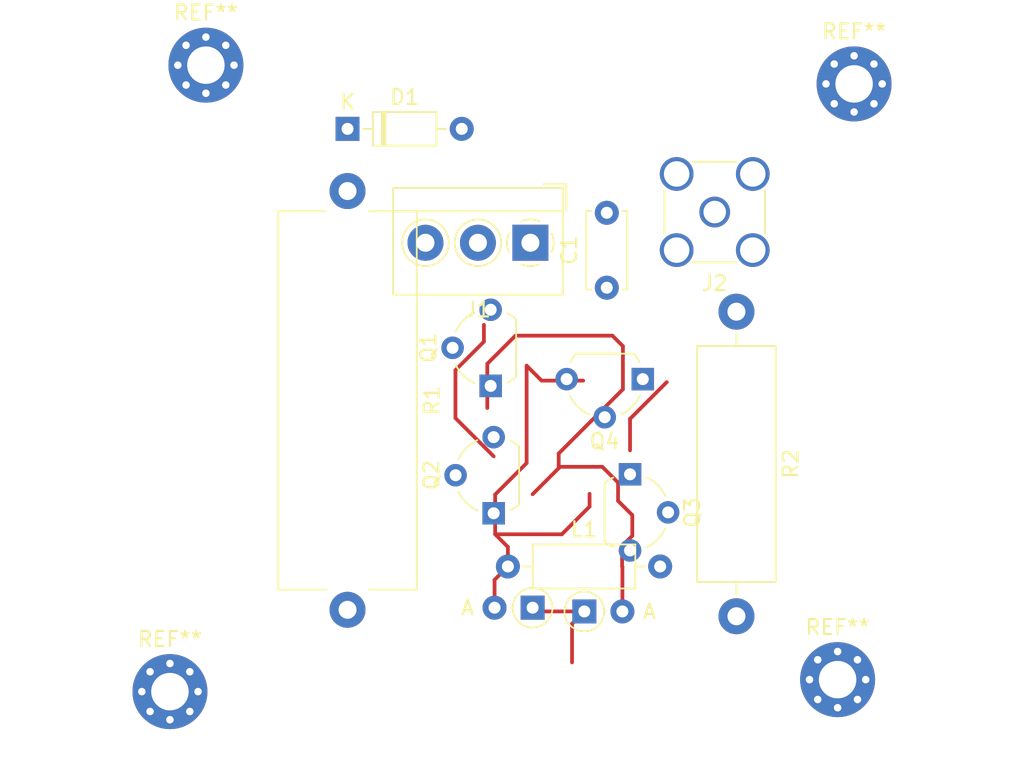
<source format=kicad_pcb>
(kicad_pcb (version 20171130) (host pcbnew 5.1.6+dfsg1-1~bpo10+1)

  (general
    (thickness 1.6)
    (drawings 0)
    (tracks 41)
    (zones 0)
    (modules 17)
    (nets 10)
  )

  (page A4)
  (layers
    (0 F.Cu signal)
    (31 B.Cu signal)
    (32 B.Adhes user)
    (33 F.Adhes user)
    (34 B.Paste user)
    (35 F.Paste user)
    (36 B.SilkS user)
    (37 F.SilkS user)
    (38 B.Mask user)
    (39 F.Mask user)
    (40 Dwgs.User user)
    (41 Cmts.User user)
    (42 Eco1.User user)
    (43 Eco2.User user)
    (44 Edge.Cuts user)
    (45 Margin user)
    (46 B.CrtYd user)
    (47 F.CrtYd user)
    (48 B.Fab user)
    (49 F.Fab user)
  )

  (setup
    (last_trace_width 0.25)
    (trace_clearance 0.2)
    (zone_clearance 0.508)
    (zone_45_only no)
    (trace_min 0.2)
    (via_size 0.8)
    (via_drill 0.4)
    (via_min_size 0.4)
    (via_min_drill 0.3)
    (uvia_size 0.3)
    (uvia_drill 0.1)
    (uvias_allowed no)
    (uvia_min_size 0.2)
    (uvia_min_drill 0.1)
    (edge_width 0.05)
    (segment_width 0.2)
    (pcb_text_width 0.3)
    (pcb_text_size 1.5 1.5)
    (mod_edge_width 0.12)
    (mod_text_size 1 1)
    (mod_text_width 0.15)
    (pad_size 1.524 1.524)
    (pad_drill 0.762)
    (pad_to_mask_clearance 0.05)
    (aux_axis_origin 0 0)
    (visible_elements FFFFFF7F)
    (pcbplotparams
      (layerselection 0x010fc_ffffffff)
      (usegerberextensions false)
      (usegerberattributes true)
      (usegerberadvancedattributes true)
      (creategerberjobfile true)
      (excludeedgelayer true)
      (linewidth 0.100000)
      (plotframeref false)
      (viasonmask false)
      (mode 1)
      (useauxorigin false)
      (hpglpennumber 1)
      (hpglpenspeed 20)
      (hpglpendiameter 15.000000)
      (psnegative false)
      (psa4output false)
      (plotreference true)
      (plotvalue true)
      (plotinvisibletext false)
      (padsonsilk false)
      (subtractmaskfromsilk false)
      (outputformat 1)
      (mirror false)
      (drillshape 1)
      (scaleselection 1)
      (outputdirectory ""))
  )

  (net 0 "")
  (net 1 "Net-(D1-Pad1)")
  (net 2 VDD)
  (net 3 VSS)
  (net 4 TUNE)
  (net 5 "Net-(C1-Pad1)")
  (net 6 OUT)
  (net 7 "Net-(Q1-Pad3)")
  (net 8 "Net-(D2-Pad1)")
  (net 9 "Net-(D3-Pad2)")

  (net_class Default "This is the default net class."
    (clearance 0.2)
    (trace_width 0.25)
    (via_dia 0.8)
    (via_drill 0.4)
    (uvia_dia 0.3)
    (uvia_drill 0.1)
    (add_net "Net-(C1-Pad1)")
    (add_net "Net-(D1-Pad1)")
    (add_net "Net-(D2-Pad1)")
    (add_net "Net-(D3-Pad2)")
    (add_net "Net-(Q1-Pad3)")
    (add_net OUT)
    (add_net TUNE)
    (add_net VDD)
    (add_net VSS)
  )

  (module MountingHole:MountingHole_2.5mm_Pad_Via (layer F.Cu) (tedit 56DDBAEA) (tstamp 5F864C65)
    (at 108.05 77.8)
    (descr "Mounting Hole 2.5mm")
    (tags "mounting hole 2.5mm")
    (attr virtual)
    (fp_text reference REF** (at 0 -3.5) (layer F.SilkS)
      (effects (font (size 1 1) (thickness 0.15)))
    )
    (fp_text value MountingHole_2.5mm_Pad_Via (at 0 3.5) (layer F.Fab)
      (effects (font (size 1 1) (thickness 0.15)))
    )
    (fp_text user %R (at 0.3 0) (layer F.Fab)
      (effects (font (size 1 1) (thickness 0.15)))
    )
    (fp_circle (center 0 0) (end 2.5 0) (layer Cmts.User) (width 0.15))
    (fp_circle (center 0 0) (end 2.75 0) (layer F.CrtYd) (width 0.05))
    (pad 1 thru_hole circle (at 1.325825 -1.325825) (size 0.8 0.8) (drill 0.5) (layers *.Cu *.Mask))
    (pad 1 thru_hole circle (at 0 -1.875) (size 0.8 0.8) (drill 0.5) (layers *.Cu *.Mask))
    (pad 1 thru_hole circle (at -1.325825 -1.325825) (size 0.8 0.8) (drill 0.5) (layers *.Cu *.Mask))
    (pad 1 thru_hole circle (at -1.875 0) (size 0.8 0.8) (drill 0.5) (layers *.Cu *.Mask))
    (pad 1 thru_hole circle (at -1.325825 1.325825) (size 0.8 0.8) (drill 0.5) (layers *.Cu *.Mask))
    (pad 1 thru_hole circle (at 0 1.875) (size 0.8 0.8) (drill 0.5) (layers *.Cu *.Mask))
    (pad 1 thru_hole circle (at 1.325825 1.325825) (size 0.8 0.8) (drill 0.5) (layers *.Cu *.Mask))
    (pad 1 thru_hole circle (at 1.875 0) (size 0.8 0.8) (drill 0.5) (layers *.Cu *.Mask))
    (pad 1 thru_hole circle (at 0 0) (size 5 5) (drill 2.5) (layers *.Cu *.Mask))
  )

  (module MountingHole:MountingHole_2.5mm_Pad_Via (layer F.Cu) (tedit 56DDBAEA) (tstamp 5F864C47)
    (at 152.6 77)
    (descr "Mounting Hole 2.5mm")
    (tags "mounting hole 2.5mm")
    (attr virtual)
    (fp_text reference REF** (at 0 -3.5) (layer F.SilkS)
      (effects (font (size 1 1) (thickness 0.15)))
    )
    (fp_text value MountingHole_2.5mm_Pad_Via (at 0 3.5) (layer F.Fab)
      (effects (font (size 1 1) (thickness 0.15)))
    )
    (fp_circle (center 0 0) (end 2.75 0) (layer F.CrtYd) (width 0.05))
    (fp_circle (center 0 0) (end 2.5 0) (layer Cmts.User) (width 0.15))
    (fp_text user %R (at 0.3 0) (layer F.Fab)
      (effects (font (size 1 1) (thickness 0.15)))
    )
    (pad 1 thru_hole circle (at 0 0) (size 5 5) (drill 2.5) (layers *.Cu *.Mask))
    (pad 1 thru_hole circle (at 1.875 0) (size 0.8 0.8) (drill 0.5) (layers *.Cu *.Mask))
    (pad 1 thru_hole circle (at 1.325825 1.325825) (size 0.8 0.8) (drill 0.5) (layers *.Cu *.Mask))
    (pad 1 thru_hole circle (at 0 1.875) (size 0.8 0.8) (drill 0.5) (layers *.Cu *.Mask))
    (pad 1 thru_hole circle (at -1.325825 1.325825) (size 0.8 0.8) (drill 0.5) (layers *.Cu *.Mask))
    (pad 1 thru_hole circle (at -1.875 0) (size 0.8 0.8) (drill 0.5) (layers *.Cu *.Mask))
    (pad 1 thru_hole circle (at -1.325825 -1.325825) (size 0.8 0.8) (drill 0.5) (layers *.Cu *.Mask))
    (pad 1 thru_hole circle (at 0 -1.875) (size 0.8 0.8) (drill 0.5) (layers *.Cu *.Mask))
    (pad 1 thru_hole circle (at 1.325825 -1.325825) (size 0.8 0.8) (drill 0.5) (layers *.Cu *.Mask))
  )

  (module MountingHole:MountingHole_2.5mm_Pad_Via (layer F.Cu) (tedit 56DDBAEA) (tstamp 5F864C29)
    (at 110.45 36)
    (descr "Mounting Hole 2.5mm")
    (tags "mounting hole 2.5mm")
    (attr virtual)
    (fp_text reference REF** (at 0 -3.5) (layer F.SilkS)
      (effects (font (size 1 1) (thickness 0.15)))
    )
    (fp_text value MountingHole_2.5mm_Pad_Via (at 0 3.5) (layer F.Fab)
      (effects (font (size 1 1) (thickness 0.15)))
    )
    (fp_circle (center 0 0) (end 2.75 0) (layer F.CrtYd) (width 0.05))
    (fp_circle (center 0 0) (end 2.5 0) (layer Cmts.User) (width 0.15))
    (fp_text user %R (at 0.3 0) (layer F.Fab)
      (effects (font (size 1 1) (thickness 0.15)))
    )
    (pad 1 thru_hole circle (at 0 0) (size 5 5) (drill 2.5) (layers *.Cu *.Mask))
    (pad 1 thru_hole circle (at 1.875 0) (size 0.8 0.8) (drill 0.5) (layers *.Cu *.Mask))
    (pad 1 thru_hole circle (at 1.325825 1.325825) (size 0.8 0.8) (drill 0.5) (layers *.Cu *.Mask))
    (pad 1 thru_hole circle (at 0 1.875) (size 0.8 0.8) (drill 0.5) (layers *.Cu *.Mask))
    (pad 1 thru_hole circle (at -1.325825 1.325825) (size 0.8 0.8) (drill 0.5) (layers *.Cu *.Mask))
    (pad 1 thru_hole circle (at -1.875 0) (size 0.8 0.8) (drill 0.5) (layers *.Cu *.Mask))
    (pad 1 thru_hole circle (at -1.325825 -1.325825) (size 0.8 0.8) (drill 0.5) (layers *.Cu *.Mask))
    (pad 1 thru_hole circle (at 0 -1.875) (size 0.8 0.8) (drill 0.5) (layers *.Cu *.Mask))
    (pad 1 thru_hole circle (at 1.325825 -1.325825) (size 0.8 0.8) (drill 0.5) (layers *.Cu *.Mask))
  )

  (module MountingHole:MountingHole_2.5mm_Pad_Via (layer F.Cu) (tedit 56DDBAEA) (tstamp 5F864B86)
    (at 153.7 37.25)
    (descr "Mounting Hole 2.5mm")
    (tags "mounting hole 2.5mm")
    (attr virtual)
    (fp_text reference REF** (at 0 -3.5) (layer F.SilkS)
      (effects (font (size 1 1) (thickness 0.15)))
    )
    (fp_text value MountingHole_2.5mm_Pad_Via (at 0 3.5) (layer F.Fab)
      (effects (font (size 1 1) (thickness 0.15)))
    )
    (fp_text user %R (at 0.3 0) (layer F.Fab)
      (effects (font (size 1 1) (thickness 0.15)))
    )
    (fp_circle (center 0 0) (end 2.5 0) (layer Cmts.User) (width 0.15))
    (fp_circle (center 0 0) (end 2.75 0) (layer F.CrtYd) (width 0.05))
    (pad 1 thru_hole circle (at 1.325825 -1.325825) (size 0.8 0.8) (drill 0.5) (layers *.Cu *.Mask))
    (pad 1 thru_hole circle (at 0 -1.875) (size 0.8 0.8) (drill 0.5) (layers *.Cu *.Mask))
    (pad 1 thru_hole circle (at -1.325825 -1.325825) (size 0.8 0.8) (drill 0.5) (layers *.Cu *.Mask))
    (pad 1 thru_hole circle (at -1.875 0) (size 0.8 0.8) (drill 0.5) (layers *.Cu *.Mask))
    (pad 1 thru_hole circle (at -1.325825 1.325825) (size 0.8 0.8) (drill 0.5) (layers *.Cu *.Mask))
    (pad 1 thru_hole circle (at 0 1.875) (size 0.8 0.8) (drill 0.5) (layers *.Cu *.Mask))
    (pad 1 thru_hole circle (at 1.325825 1.325825) (size 0.8 0.8) (drill 0.5) (layers *.Cu *.Mask))
    (pad 1 thru_hole circle (at 1.875 0) (size 0.8 0.8) (drill 0.5) (layers *.Cu *.Mask))
    (pad 1 thru_hole circle (at 0 0) (size 5 5) (drill 2.5) (layers *.Cu *.Mask))
  )

  (module Diode_THT:D_DO-35_SOD27_P2.54mm_Vertical_AnodeUp (layer F.Cu) (tedit 5AE50CD5) (tstamp 5F853092)
    (at 135.7 72.45)
    (descr "Diode, DO-35_SOD27 series, Axial, Vertical, pin pitch=2.54mm, , length*diameter=4*2mm^2, , http://www.diodes.com/_files/packages/DO-35.pdf")
    (tags "Diode DO-35_SOD27 series Axial Vertical pin pitch 2.54mm  length 4mm diameter 2mm")
    (path /5F85D8FA)
    (fp_text reference D2 (at 1.27 -2.326371) (layer F.SilkS) hide
      (effects (font (size 1 1) (thickness 0.15)))
    )
    (fp_text value BB121 (at 1.27 3.215371) (layer F.Fab) hide
      (effects (font (size 1 1) (thickness 0.15)))
    )
    (fp_line (start 3.59 -1.25) (end -1.25 -1.25) (layer F.CrtYd) (width 0.05))
    (fp_line (start 3.59 1.25) (end 3.59 -1.25) (layer F.CrtYd) (width 0.05))
    (fp_line (start -1.25 1.25) (end 3.59 1.25) (layer F.CrtYd) (width 0.05))
    (fp_line (start -1.25 -1.25) (end -1.25 1.25) (layer F.CrtYd) (width 0.05))
    (fp_line (start 1.326371 0) (end 1.44 0) (layer F.SilkS) (width 0.12))
    (fp_line (start 0 0) (end 2.54 0) (layer F.Fab) (width 0.1))
    (fp_circle (center 0 0) (end 1.326371 0) (layer F.SilkS) (width 0.12))
    (fp_circle (center 0 0) (end 1 0) (layer F.Fab) (width 0.1))
    (fp_text user %R (at 1.27 -2.326371) (layer F.Fab) hide
      (effects (font (size 1 1) (thickness 0.15)))
    )
    (fp_text user A (at 4.34 0) (layer F.Fab)
      (effects (font (size 1 1) (thickness 0.15)))
    )
    (fp_text user A (at 4.34 0) (layer F.SilkS)
      (effects (font (size 1 1) (thickness 0.15)))
    )
    (pad 1 thru_hole rect (at 0 0) (size 1.6 1.6) (drill 0.8) (layers *.Cu *.Mask)
      (net 8 "Net-(D2-Pad1)"))
    (pad 2 thru_hole oval (at 2.54 0) (size 1.6 1.6) (drill 0.8) (layers *.Cu *.Mask)
      (net 5 "Net-(C1-Pad1)"))
    (model ${KISYS3DMOD}/Diode_THT.3dshapes/D_DO-35_SOD27_P2.54mm_Vertical_AnodeUp.wrl
      (at (xyz 0 0 0))
      (scale (xyz 1 1 1))
      (rotate (xyz 0 0 0))
    )
  )

  (module Diode_THT:D_DO-35_SOD27_P2.54mm_Vertical_AnodeUp (layer F.Cu) (tedit 5AE50CD5) (tstamp 5F8520D9)
    (at 132.25 72.2 180)
    (descr "Diode, DO-35_SOD27 series, Axial, Vertical, pin pitch=2.54mm, , length*diameter=4*2mm^2, , http://www.diodes.com/_files/packages/DO-35.pdf")
    (tags "Diode DO-35_SOD27 series Axial Vertical pin pitch 2.54mm  length 4mm diameter 2mm")
    (path /5F85F380)
    (fp_text reference D3 (at 1.27 -2.326371) (layer F.SilkS) hide
      (effects (font (size 1 1) (thickness 0.15)))
    )
    (fp_text value BB121 (at 1.27 3.215371) (layer F.Fab) hide
      (effects (font (size 1 1) (thickness 0.15)))
    )
    (fp_circle (center 0 0) (end 1 0) (layer F.Fab) (width 0.1))
    (fp_circle (center 0 0) (end 1.326371 0) (layer F.SilkS) (width 0.12))
    (fp_line (start 0 0) (end 2.54 0) (layer F.Fab) (width 0.1))
    (fp_line (start 1.326371 0) (end 1.44 0) (layer F.SilkS) (width 0.12))
    (fp_line (start -1.25 -1.25) (end -1.25 1.25) (layer F.CrtYd) (width 0.05))
    (fp_line (start -1.25 1.25) (end 3.59 1.25) (layer F.CrtYd) (width 0.05))
    (fp_line (start 3.59 1.25) (end 3.59 -1.25) (layer F.CrtYd) (width 0.05))
    (fp_line (start 3.59 -1.25) (end -1.25 -1.25) (layer F.CrtYd) (width 0.05))
    (fp_text user A (at 4.34 0) (layer F.SilkS)
      (effects (font (size 1 1) (thickness 0.15)))
    )
    (fp_text user A (at 4.34 0) (layer F.Fab)
      (effects (font (size 1 1) (thickness 0.15)))
    )
    (fp_text user %R (at 1.27 -2.326371) (layer F.Fab) hide
      (effects (font (size 1 1) (thickness 0.15)))
    )
    (pad 2 thru_hole oval (at 2.54 0 180) (size 1.6 1.6) (drill 0.8) (layers *.Cu *.Mask)
      (net 9 "Net-(D3-Pad2)"))
    (pad 1 thru_hole rect (at 0 0 180) (size 1.6 1.6) (drill 0.8) (layers *.Cu *.Mask)
      (net 8 "Net-(D2-Pad1)"))
    (model ${KISYS3DMOD}/Diode_THT.3dshapes/D_DO-35_SOD27_P2.54mm_Vertical_AnodeUp.wrl
      (at (xyz 0 0 0))
      (scale (xyz 1 1 1))
      (rotate (xyz 0 0 0))
    )
  )

  (module Capacitor_THT:C_Disc_D5.0mm_W2.5mm_P5.00mm (layer F.Cu) (tedit 5AE50EF0) (tstamp 5F862D52)
    (at 137.2 50.85 90)
    (descr "C, Disc series, Radial, pin pitch=5.00mm, , diameter*width=5*2.5mm^2, Capacitor, http://cdn-reichelt.de/documents/datenblatt/B300/DS_KERKO_TC.pdf")
    (tags "C Disc series Radial pin pitch 5.00mm  diameter 5mm width 2.5mm Capacitor")
    (path /5F85C2A3)
    (fp_text reference C1 (at 2.5 -2.5 90) (layer F.SilkS)
      (effects (font (size 1 1) (thickness 0.15)))
    )
    (fp_text value 470pF (at 2.5 2.5 90) (layer F.Fab)
      (effects (font (size 1 1) (thickness 0.15)))
    )
    (fp_line (start 6.05 -1.5) (end -1.05 -1.5) (layer F.CrtYd) (width 0.05))
    (fp_line (start 6.05 1.5) (end 6.05 -1.5) (layer F.CrtYd) (width 0.05))
    (fp_line (start -1.05 1.5) (end 6.05 1.5) (layer F.CrtYd) (width 0.05))
    (fp_line (start -1.05 -1.5) (end -1.05 1.5) (layer F.CrtYd) (width 0.05))
    (fp_line (start 5.12 1.055) (end 5.12 1.37) (layer F.SilkS) (width 0.12))
    (fp_line (start 5.12 -1.37) (end 5.12 -1.055) (layer F.SilkS) (width 0.12))
    (fp_line (start -0.12 1.055) (end -0.12 1.37) (layer F.SilkS) (width 0.12))
    (fp_line (start -0.12 -1.37) (end -0.12 -1.055) (layer F.SilkS) (width 0.12))
    (fp_line (start -0.12 1.37) (end 5.12 1.37) (layer F.SilkS) (width 0.12))
    (fp_line (start -0.12 -1.37) (end 5.12 -1.37) (layer F.SilkS) (width 0.12))
    (fp_line (start 5 -1.25) (end 0 -1.25) (layer F.Fab) (width 0.1))
    (fp_line (start 5 1.25) (end 5 -1.25) (layer F.Fab) (width 0.1))
    (fp_line (start 0 1.25) (end 5 1.25) (layer F.Fab) (width 0.1))
    (fp_line (start 0 -1.25) (end 0 1.25) (layer F.Fab) (width 0.1))
    (fp_text user %R (at 2.5 0 90) (layer F.Fab)
      (effects (font (size 1 1) (thickness 0.15)))
    )
    (pad 1 thru_hole circle (at 0 0 90) (size 1.6 1.6) (drill 0.8) (layers *.Cu *.Mask)
      (net 5 "Net-(C1-Pad1)"))
    (pad 2 thru_hole circle (at 5 0 90) (size 1.6 1.6) (drill 0.8) (layers *.Cu *.Mask)
      (net 6 OUT))
    (model ${KISYS3DMOD}/Capacitor_THT.3dshapes/C_Disc_D5.0mm_W2.5mm_P5.00mm.wrl
      (at (xyz 0 0 0))
      (scale (xyz 1 1 1))
      (rotate (xyz 0 0 0))
    )
  )

  (module Connector_Coaxial:SMA_Amphenol_901-144_Vertical (layer F.Cu) (tedit 5B2F4C32) (tstamp 5F862D66)
    (at 144.4 45.8 180)
    (descr https://www.amphenolrf.com/downloads/dl/file/id/7023/product/3103/901_144_customer_drawing.pdf)
    (tags "SMA THT Female Jack Vertical")
    (path /5F852A80)
    (fp_text reference J2 (at 0 -4.75) (layer F.SilkS)
      (effects (font (size 1 1) (thickness 0.15)))
    )
    (fp_text value Antenna (at 0 5) (layer F.Fab)
      (effects (font (size 1 1) (thickness 0.15)))
    )
    (fp_line (start -1.45 -3.355) (end 1.45 -3.355) (layer F.SilkS) (width 0.12))
    (fp_line (start -1.45 3.355) (end 1.45 3.355) (layer F.SilkS) (width 0.12))
    (fp_line (start 3.355 -1.45) (end 3.355 1.45) (layer F.SilkS) (width 0.12))
    (fp_line (start -3.355 -1.45) (end -3.355 1.45) (layer F.SilkS) (width 0.12))
    (fp_line (start 3.175 -3.175) (end 3.175 3.175) (layer F.Fab) (width 0.1))
    (fp_line (start -3.175 3.175) (end 3.175 3.175) (layer F.Fab) (width 0.1))
    (fp_line (start -3.175 -3.175) (end -3.175 3.175) (layer F.Fab) (width 0.1))
    (fp_line (start -3.175 -3.175) (end 3.175 -3.175) (layer F.Fab) (width 0.1))
    (fp_line (start -4.17 -4.17) (end 4.17 -4.17) (layer F.CrtYd) (width 0.05))
    (fp_line (start -4.17 -4.17) (end -4.17 4.17) (layer F.CrtYd) (width 0.05))
    (fp_line (start 4.17 4.17) (end 4.17 -4.17) (layer F.CrtYd) (width 0.05))
    (fp_line (start 4.17 4.17) (end -4.17 4.17) (layer F.CrtYd) (width 0.05))
    (fp_circle (center 0 0) (end 3.175 0) (layer F.Fab) (width 0.1))
    (fp_text user %R (at 0 0) (layer F.Fab)
      (effects (font (size 1 1) (thickness 0.15)))
    )
    (pad 1 thru_hole circle (at 0 0 180) (size 2.05 2.05) (drill 1.5) (layers *.Cu *.Mask)
      (net 6 OUT))
    (pad 2 thru_hole circle (at 2.54 2.54 180) (size 2.25 2.25) (drill 1.7) (layers *.Cu *.Mask)
      (net 3 VSS))
    (pad 2 thru_hole circle (at 2.54 -2.54 180) (size 2.25 2.25) (drill 1.7) (layers *.Cu *.Mask)
      (net 3 VSS))
    (pad 2 thru_hole circle (at -2.54 -2.54 180) (size 2.25 2.25) (drill 1.7) (layers *.Cu *.Mask)
      (net 3 VSS))
    (pad 2 thru_hole circle (at -2.54 2.54 180) (size 2.25 2.25) (drill 1.7) (layers *.Cu *.Mask)
      (net 3 VSS))
    (model ${KISYS3DMOD}/Connector_Coaxial.3dshapes/SMA_Amphenol_901-144_Vertical.wrl
      (at (xyz 0 0 0))
      (scale (xyz 1 1 1))
      (rotate (xyz 0 0 0))
    )
  )

  (module Inductor_THT:L_Axial_L6.6mm_D2.7mm_P10.16mm_Horizontal_Vishay_IM-2 (layer F.Cu) (tedit 5AE59B05) (tstamp 5F862D7C)
    (at 130.6 69.45)
    (descr "Inductor, Axial series, Axial, Horizontal, pin pitch=10.16mm, , length*diameter=6.6*2.7mm^2, Vishay, IM-2, http://www.vishay.com/docs/34030/im.pdf")
    (tags "Inductor Axial series Axial Horizontal pin pitch 10.16mm  length 6.6mm diameter 2.7mm Vishay IM-2")
    (path /5F85CC27)
    (fp_text reference L1 (at 5.08 -2.47) (layer F.SilkS)
      (effects (font (size 1 1) (thickness 0.15)))
    )
    (fp_text value 100nH (at 5.08 2.47) (layer F.Fab)
      (effects (font (size 1 1) (thickness 0.15)))
    )
    (fp_line (start 11.21 -1.6) (end -1.05 -1.6) (layer F.CrtYd) (width 0.05))
    (fp_line (start 11.21 1.6) (end 11.21 -1.6) (layer F.CrtYd) (width 0.05))
    (fp_line (start -1.05 1.6) (end 11.21 1.6) (layer F.CrtYd) (width 0.05))
    (fp_line (start -1.05 -1.6) (end -1.05 1.6) (layer F.CrtYd) (width 0.05))
    (fp_line (start 9.12 0) (end 8.5 0) (layer F.SilkS) (width 0.12))
    (fp_line (start 1.04 0) (end 1.66 0) (layer F.SilkS) (width 0.12))
    (fp_line (start 8.5 -1.47) (end 1.66 -1.47) (layer F.SilkS) (width 0.12))
    (fp_line (start 8.5 1.47) (end 8.5 -1.47) (layer F.SilkS) (width 0.12))
    (fp_line (start 1.66 1.47) (end 8.5 1.47) (layer F.SilkS) (width 0.12))
    (fp_line (start 1.66 -1.47) (end 1.66 1.47) (layer F.SilkS) (width 0.12))
    (fp_line (start 10.16 0) (end 8.38 0) (layer F.Fab) (width 0.1))
    (fp_line (start 0 0) (end 1.78 0) (layer F.Fab) (width 0.1))
    (fp_line (start 8.38 -1.35) (end 1.78 -1.35) (layer F.Fab) (width 0.1))
    (fp_line (start 8.38 1.35) (end 8.38 -1.35) (layer F.Fab) (width 0.1))
    (fp_line (start 1.78 1.35) (end 8.38 1.35) (layer F.Fab) (width 0.1))
    (fp_line (start 1.78 -1.35) (end 1.78 1.35) (layer F.Fab) (width 0.1))
    (fp_text user %R (at 5.08 0) (layer F.Fab)
      (effects (font (size 1 1) (thickness 0.15)))
    )
    (pad 1 thru_hole circle (at 0 0) (size 1.6 1.6) (drill 0.8) (layers *.Cu *.Mask)
      (net 9 "Net-(D3-Pad2)"))
    (pad 2 thru_hole oval (at 10.16 0) (size 1.6 1.6) (drill 0.8) (layers *.Cu *.Mask)
      (net 5 "Net-(C1-Pad1)"))
    (model ${KISYS3DMOD}/Inductor_THT.3dshapes/L_Axial_L6.6mm_D2.7mm_P10.16mm_Horizontal_Vishay_IM-2.wrl
      (at (xyz 0 0 0))
      (scale (xyz 1 1 1))
      (rotate (xyz 0 0 0))
    )
  )

  (module Resistor_THT:R_Axial_Power_L25.0mm_W9.0mm_P27.94mm (layer F.Cu) (tedit 5AE5139B) (tstamp 5F862D92)
    (at 119.9 44.4 270)
    (descr "Resistor, Axial_Power series, Box, pin pitch=27.94mm, 7W, length*width*height=25*9*9mm^3, http://cdn-reichelt.de/documents/datenblatt/B400/5WAXIAL_9WAXIAL_11WAXIAL_17WAXIAL%23YAG.pdf")
    (tags "Resistor Axial_Power series Box pin pitch 27.94mm 7W length 25mm width 9mm height 9mm")
    (path /5F866AE4)
    (fp_text reference R1 (at 13.97 -5.62 90) (layer F.SilkS)
      (effects (font (size 1 1) (thickness 0.15)))
    )
    (fp_text value 150 (at 13.97 5.62 90) (layer F.Fab)
      (effects (font (size 1 1) (thickness 0.15)))
    )
    (fp_line (start 29.39 -4.75) (end -1.45 -4.75) (layer F.CrtYd) (width 0.05))
    (fp_line (start 29.39 4.75) (end 29.39 -4.75) (layer F.CrtYd) (width 0.05))
    (fp_line (start -1.45 4.75) (end 29.39 4.75) (layer F.CrtYd) (width 0.05))
    (fp_line (start -1.45 -4.75) (end -1.45 4.75) (layer F.CrtYd) (width 0.05))
    (fp_line (start 26.59 4.62) (end 26.59 1.44) (layer F.SilkS) (width 0.12))
    (fp_line (start 1.35 4.62) (end 26.59 4.62) (layer F.SilkS) (width 0.12))
    (fp_line (start 1.35 1.44) (end 1.35 4.62) (layer F.SilkS) (width 0.12))
    (fp_line (start 26.59 -4.62) (end 26.59 -1.44) (layer F.SilkS) (width 0.12))
    (fp_line (start 1.35 -4.62) (end 26.59 -4.62) (layer F.SilkS) (width 0.12))
    (fp_line (start 1.35 -1.44) (end 1.35 -4.62) (layer F.SilkS) (width 0.12))
    (fp_line (start 27.94 0) (end 26.47 0) (layer F.Fab) (width 0.1))
    (fp_line (start 0 0) (end 1.47 0) (layer F.Fab) (width 0.1))
    (fp_line (start 26.47 -4.5) (end 1.47 -4.5) (layer F.Fab) (width 0.1))
    (fp_line (start 26.47 4.5) (end 26.47 -4.5) (layer F.Fab) (width 0.1))
    (fp_line (start 1.47 4.5) (end 26.47 4.5) (layer F.Fab) (width 0.1))
    (fp_line (start 1.47 -4.5) (end 1.47 4.5) (layer F.Fab) (width 0.1))
    (fp_text user %R (at 13.97 0 90) (layer F.Fab)
      (effects (font (size 1 1) (thickness 0.15)))
    )
    (pad 1 thru_hole circle (at 0 0 270) (size 2.4 2.4) (drill 1.2) (layers *.Cu *.Mask)
      (net 1 "Net-(D1-Pad1)"))
    (pad 2 thru_hole oval (at 27.94 0 270) (size 2.4 2.4) (drill 1.2) (layers *.Cu *.Mask)
      (net 7 "Net-(Q1-Pad3)"))
    (model ${KISYS3DMOD}/Resistor_THT.3dshapes/R_Axial_Power_L25.0mm_W9.0mm_P27.94mm.wrl
      (at (xyz 0 0 0))
      (scale (xyz 1 1 1))
      (rotate (xyz 0 0 0))
    )
  )

  (module Resistor_THT:R_Axial_DIN0516_L15.5mm_D5.0mm_P20.32mm_Horizontal (layer F.Cu) (tedit 5AE5139B) (tstamp 5F862DBE)
    (at 145.85 52.45 270)
    (descr "Resistor, Axial_DIN0516 series, Axial, Horizontal, pin pitch=20.32mm, 2W, length*diameter=15.5*5mm^2, http://cdn-reichelt.de/documents/datenblatt/B400/1_4W%23YAG.pdf")
    (tags "Resistor Axial_DIN0516 series Axial Horizontal pin pitch 20.32mm 2W length 15.5mm diameter 5mm")
    (path /5F881F70)
    (fp_text reference R2 (at 10.16 -3.62 90) (layer F.SilkS)
      (effects (font (size 1 1) (thickness 0.15)))
    )
    (fp_text value 1k (at 10.16 3.62 90) (layer F.Fab)
      (effects (font (size 1 1) (thickness 0.15)))
    )
    (fp_line (start 21.77 -2.75) (end -1.45 -2.75) (layer F.CrtYd) (width 0.05))
    (fp_line (start 21.77 2.75) (end 21.77 -2.75) (layer F.CrtYd) (width 0.05))
    (fp_line (start -1.45 2.75) (end 21.77 2.75) (layer F.CrtYd) (width 0.05))
    (fp_line (start -1.45 -2.75) (end -1.45 2.75) (layer F.CrtYd) (width 0.05))
    (fp_line (start 18.88 0) (end 18.03 0) (layer F.SilkS) (width 0.12))
    (fp_line (start 1.44 0) (end 2.29 0) (layer F.SilkS) (width 0.12))
    (fp_line (start 18.03 -2.62) (end 2.29 -2.62) (layer F.SilkS) (width 0.12))
    (fp_line (start 18.03 2.62) (end 18.03 -2.62) (layer F.SilkS) (width 0.12))
    (fp_line (start 2.29 2.62) (end 18.03 2.62) (layer F.SilkS) (width 0.12))
    (fp_line (start 2.29 -2.62) (end 2.29 2.62) (layer F.SilkS) (width 0.12))
    (fp_line (start 20.32 0) (end 17.91 0) (layer F.Fab) (width 0.1))
    (fp_line (start 0 0) (end 2.41 0) (layer F.Fab) (width 0.1))
    (fp_line (start 17.91 -2.5) (end 2.41 -2.5) (layer F.Fab) (width 0.1))
    (fp_line (start 17.91 2.5) (end 17.91 -2.5) (layer F.Fab) (width 0.1))
    (fp_line (start 2.41 2.5) (end 17.91 2.5) (layer F.Fab) (width 0.1))
    (fp_line (start 2.41 -2.5) (end 2.41 2.5) (layer F.Fab) (width 0.1))
    (fp_text user %R (at 10.16 0 90) (layer F.Fab)
      (effects (font (size 1 1) (thickness 0.15)))
    )
    (pad 1 thru_hole circle (at 0 0 270) (size 2.4 2.4) (drill 1.2) (layers *.Cu *.Mask)
      (net 4 TUNE))
    (pad 2 thru_hole oval (at 20.32 0 270) (size 2.4 2.4) (drill 1.2) (layers *.Cu *.Mask)
      (net 8 "Net-(D2-Pad1)"))
    (model ${KISYS3DMOD}/Resistor_THT.3dshapes/R_Axial_DIN0516_L15.5mm_D5.0mm_P20.32mm_Horizontal.wrl
      (at (xyz 0 0 0))
      (scale (xyz 1 1 1))
      (rotate (xyz 0 0 0))
    )
  )

  (module Package_TO_SOT_THT:TO-92L_Wide (layer F.Cu) (tedit 5A152D5B) (tstamp 5F8636FD)
    (at 129.45 57.4 90)
    (descr "TO-92L leads in-line (large body variant of TO-92), also known as TO-226, wide, drill 0.75mm (see https://www.diodes.com/assets/Package-Files/TO92L.pdf and http://www.ti.com/lit/an/snoa059/snoa059.pdf)")
    (tags "TO-92L Molded Wide transistor")
    (path /5F84FB06)
    (fp_text reference Q1 (at 2.55 -4.15 90) (layer F.SilkS)
      (effects (font (size 1 1) (thickness 0.15)))
    )
    (fp_text value BS250 (at 2.54 2.79 90) (layer F.Fab)
      (effects (font (size 1 1) (thickness 0.15)))
    )
    (fp_line (start 0.65 1.6) (end 4.4 1.6) (layer F.Fab) (width 0.1))
    (fp_line (start 0.6 1.7) (end 4.45 1.7) (layer F.SilkS) (width 0.12))
    (fp_line (start -1 1.85) (end 6.1 1.85) (layer B.CrtYd) (width 0.05))
    (fp_line (start 6.1 1.85) (end 6.1 -3.55) (layer B.CrtYd) (width 0.05))
    (fp_line (start 6.1 -3.55) (end -1 -3.55) (layer B.CrtYd) (width 0.05))
    (fp_line (start -1 -3.55) (end -1 1.85) (layer B.CrtYd) (width 0.05))
    (fp_text user %R (at 2.55 0.05 90) (layer F.Fab)
      (effects (font (size 1 1) (thickness 0.15)))
    )
    (fp_arc (start 2.54 0) (end 0.6 1.7) (angle 15.44288892) (layer F.SilkS) (width 0.12))
    (fp_arc (start 2.54 0) (end 1.45 -2.35) (angle -40.11670855) (layer F.SilkS) (width 0.12))
    (fp_arc (start 2.54 0) (end 3.6 -2.35) (angle 40.72153779) (layer F.SilkS) (width 0.12))
    (fp_arc (start 2.54 0) (end 2.54 -2.48) (angle 129.9527847) (layer F.Fab) (width 0.1))
    (fp_arc (start 2.54 0) (end 2.54 -2.48) (angle -130.2499344) (layer F.Fab) (width 0.1))
    (fp_arc (start 2.54 0) (end 4.45 1.7) (angle -15.88591585) (layer F.SilkS) (width 0.12))
    (pad 2 thru_hole circle (at 2.54 -2.54 180) (size 1.5 1.5) (drill 0.8) (layers *.Cu *.Mask)
      (net 9 "Net-(D3-Pad2)"))
    (pad 3 thru_hole circle (at 5.08 0 180) (size 1.5 1.5) (drill 0.8) (layers *.Cu *.Mask)
      (net 7 "Net-(Q1-Pad3)"))
    (pad 1 thru_hole rect (at 0 0 180) (size 1.5 1.5) (drill 0.8) (layers *.Cu *.Mask)
      (net 5 "Net-(C1-Pad1)"))
    (model ${KISYS3DMOD}/Package_TO_SOT_THT.3dshapes/TO-92L_Wide.wrl
      (at (xyz 0 0 0))
      (scale (xyz 1 1 1))
      (rotate (xyz 0 0 0))
    )
  )

  (module Package_TO_SOT_THT:TO-92L_Wide (layer F.Cu) (tedit 5A152D5B) (tstamp 5F863710)
    (at 129.65 65.9 90)
    (descr "TO-92L leads in-line (large body variant of TO-92), also known as TO-226, wide, drill 0.75mm (see https://www.diodes.com/assets/Package-Files/TO92L.pdf and http://www.ti.com/lit/an/snoa059/snoa059.pdf)")
    (tags "TO-92L Molded Wide transistor")
    (path /5F84FFC7)
    (fp_text reference Q2 (at 2.55 -4.15 90) (layer F.SilkS)
      (effects (font (size 1 1) (thickness 0.15)))
    )
    (fp_text value BS250 (at 2.54 2.79 90) (layer F.Fab)
      (effects (font (size 1 1) (thickness 0.15)))
    )
    (fp_arc (start 2.54 0) (end 4.45 1.7) (angle -15.88591585) (layer F.SilkS) (width 0.12))
    (fp_arc (start 2.54 0) (end 2.54 -2.48) (angle -130.2499344) (layer F.Fab) (width 0.1))
    (fp_arc (start 2.54 0) (end 2.54 -2.48) (angle 129.9527847) (layer F.Fab) (width 0.1))
    (fp_arc (start 2.54 0) (end 3.6 -2.35) (angle 40.72153779) (layer F.SilkS) (width 0.12))
    (fp_arc (start 2.54 0) (end 1.45 -2.35) (angle -40.11670855) (layer F.SilkS) (width 0.12))
    (fp_arc (start 2.54 0) (end 0.6 1.7) (angle 15.44288892) (layer F.SilkS) (width 0.12))
    (fp_text user %R (at 2.55 0.05 90) (layer F.Fab)
      (effects (font (size 1 1) (thickness 0.15)))
    )
    (fp_line (start -1 -3.55) (end -1 1.85) (layer B.CrtYd) (width 0.05))
    (fp_line (start 6.1 -3.55) (end -1 -3.55) (layer B.CrtYd) (width 0.05))
    (fp_line (start 6.1 1.85) (end 6.1 -3.55) (layer B.CrtYd) (width 0.05))
    (fp_line (start -1 1.85) (end 6.1 1.85) (layer B.CrtYd) (width 0.05))
    (fp_line (start 0.6 1.7) (end 4.45 1.7) (layer F.SilkS) (width 0.12))
    (fp_line (start 0.65 1.6) (end 4.4 1.6) (layer F.Fab) (width 0.1))
    (pad 1 thru_hole rect (at 0 0 180) (size 1.5 1.5) (drill 0.8) (layers *.Cu *.Mask)
      (net 9 "Net-(D3-Pad2)"))
    (pad 3 thru_hole circle (at 5.08 0 180) (size 1.5 1.5) (drill 0.8) (layers *.Cu *.Mask)
      (net 7 "Net-(Q1-Pad3)"))
    (pad 2 thru_hole circle (at 2.54 -2.54 180) (size 1.5 1.5) (drill 0.8) (layers *.Cu *.Mask)
      (net 5 "Net-(C1-Pad1)"))
    (model ${KISYS3DMOD}/Package_TO_SOT_THT.3dshapes/TO-92L_Wide.wrl
      (at (xyz 0 0 0))
      (scale (xyz 1 1 1))
      (rotate (xyz 0 0 0))
    )
  )

  (module Package_TO_SOT_THT:TO-92L_Wide (layer F.Cu) (tedit 5A152D5B) (tstamp 5F863723)
    (at 138.75 63.3 270)
    (descr "TO-92L leads in-line (large body variant of TO-92), also known as TO-226, wide, drill 0.75mm (see https://www.diodes.com/assets/Package-Files/TO92L.pdf and http://www.ti.com/lit/an/snoa059/snoa059.pdf)")
    (tags "TO-92L Molded Wide transistor")
    (path /5F851B0A)
    (fp_text reference Q3 (at 2.55 -4.15 90) (layer F.SilkS)
      (effects (font (size 1 1) (thickness 0.15)))
    )
    (fp_text value 2N7000 (at 2.54 2.79 90) (layer F.Fab)
      (effects (font (size 1 1) (thickness 0.15)))
    )
    (fp_line (start 0.65 1.6) (end 4.4 1.6) (layer F.Fab) (width 0.1))
    (fp_line (start 0.6 1.7) (end 4.45 1.7) (layer F.SilkS) (width 0.12))
    (fp_line (start -1 1.85) (end 6.1 1.85) (layer B.CrtYd) (width 0.05))
    (fp_line (start 6.1 1.85) (end 6.1 -3.55) (layer B.CrtYd) (width 0.05))
    (fp_line (start 6.1 -3.55) (end -1 -3.55) (layer B.CrtYd) (width 0.05))
    (fp_line (start -1 -3.55) (end -1 1.85) (layer B.CrtYd) (width 0.05))
    (fp_text user %R (at 2.55 0.05 90) (layer F.Fab)
      (effects (font (size 1 1) (thickness 0.15)))
    )
    (fp_arc (start 2.54 0) (end 0.6 1.7) (angle 15.44288892) (layer F.SilkS) (width 0.12))
    (fp_arc (start 2.54 0) (end 1.45 -2.35) (angle -40.11670855) (layer F.SilkS) (width 0.12))
    (fp_arc (start 2.54 0) (end 3.6 -2.35) (angle 40.72153779) (layer F.SilkS) (width 0.12))
    (fp_arc (start 2.54 0) (end 2.54 -2.48) (angle 129.9527847) (layer F.Fab) (width 0.1))
    (fp_arc (start 2.54 0) (end 2.54 -2.48) (angle -130.2499344) (layer F.Fab) (width 0.1))
    (fp_arc (start 2.54 0) (end 4.45 1.7) (angle -15.88591585) (layer F.SilkS) (width 0.12))
    (pad 2 thru_hole circle (at 2.54 -2.54) (size 1.5 1.5) (drill 0.8) (layers *.Cu *.Mask)
      (net 9 "Net-(D3-Pad2)"))
    (pad 3 thru_hole circle (at 5.08 0) (size 1.5 1.5) (drill 0.8) (layers *.Cu *.Mask)
      (net 5 "Net-(C1-Pad1)"))
    (pad 1 thru_hole rect (at 0 0) (size 1.5 1.5) (drill 0.8) (layers *.Cu *.Mask)
      (net 3 VSS))
    (model ${KISYS3DMOD}/Package_TO_SOT_THT.3dshapes/TO-92L_Wide.wrl
      (at (xyz 0 0 0))
      (scale (xyz 1 1 1))
      (rotate (xyz 0 0 0))
    )
  )

  (module Package_TO_SOT_THT:TO-92L_Wide (layer F.Cu) (tedit 5A152D5B) (tstamp 5F863736)
    (at 139.6 56.95 180)
    (descr "TO-92L leads in-line (large body variant of TO-92), also known as TO-226, wide, drill 0.75mm (see https://www.diodes.com/assets/Package-Files/TO92L.pdf and http://www.ti.com/lit/an/snoa059/snoa059.pdf)")
    (tags "TO-92L Molded Wide transistor")
    (path /5F852289)
    (fp_text reference Q4 (at 2.55 -4.15) (layer F.SilkS)
      (effects (font (size 1 1) (thickness 0.15)))
    )
    (fp_text value 2N7000 (at 2.54 2.79) (layer F.Fab)
      (effects (font (size 1 1) (thickness 0.15)))
    )
    (fp_arc (start 2.54 0) (end 4.45 1.7) (angle -15.88591585) (layer F.SilkS) (width 0.12))
    (fp_arc (start 2.54 0) (end 2.54 -2.48) (angle -130.2499344) (layer F.Fab) (width 0.1))
    (fp_arc (start 2.54 0) (end 2.54 -2.48) (angle 129.9527847) (layer F.Fab) (width 0.1))
    (fp_arc (start 2.54 0) (end 3.6 -2.35) (angle 40.72153779) (layer F.SilkS) (width 0.12))
    (fp_arc (start 2.54 0) (end 1.45 -2.35) (angle -40.11670855) (layer F.SilkS) (width 0.12))
    (fp_arc (start 2.54 0) (end 0.6 1.7) (angle 15.44288892) (layer F.SilkS) (width 0.12))
    (fp_text user %R (at 2.55 0.05) (layer F.Fab)
      (effects (font (size 1 1) (thickness 0.15)))
    )
    (fp_line (start -1 -3.55) (end -1 1.85) (layer B.CrtYd) (width 0.05))
    (fp_line (start 6.1 -3.55) (end -1 -3.55) (layer B.CrtYd) (width 0.05))
    (fp_line (start 6.1 1.85) (end 6.1 -3.55) (layer B.CrtYd) (width 0.05))
    (fp_line (start -1 1.85) (end 6.1 1.85) (layer B.CrtYd) (width 0.05))
    (fp_line (start 0.6 1.7) (end 4.45 1.7) (layer F.SilkS) (width 0.12))
    (fp_line (start 0.65 1.6) (end 4.4 1.6) (layer F.Fab) (width 0.1))
    (pad 1 thru_hole rect (at 0 0 270) (size 1.5 1.5) (drill 0.8) (layers *.Cu *.Mask)
      (net 3 VSS))
    (pad 3 thru_hole circle (at 5.08 0 270) (size 1.5 1.5) (drill 0.8) (layers *.Cu *.Mask)
      (net 9 "Net-(D3-Pad2)"))
    (pad 2 thru_hole circle (at 2.54 -2.54 270) (size 1.5 1.5) (drill 0.8) (layers *.Cu *.Mask)
      (net 5 "Net-(C1-Pad1)"))
    (model ${KISYS3DMOD}/Package_TO_SOT_THT.3dshapes/TO-92L_Wide.wrl
      (at (xyz 0 0 0))
      (scale (xyz 1 1 1))
      (rotate (xyz 0 0 0))
    )
  )

  (module Diode_THT:D_DO-35_SOD27_P7.62mm_Horizontal (layer F.Cu) (tedit 5AE50CD5) (tstamp 5F86477F)
    (at 119.9 40.25)
    (descr "Diode, DO-35_SOD27 series, Axial, Horizontal, pin pitch=7.62mm, , length*diameter=4*2mm^2, , http://www.diodes.com/_files/packages/DO-35.pdf")
    (tags "Diode DO-35_SOD27 series Axial Horizontal pin pitch 7.62mm  length 4mm diameter 2mm")
    (path /5F883863)
    (fp_text reference D1 (at 3.81 -2.12) (layer F.SilkS)
      (effects (font (size 1 1) (thickness 0.15)))
    )
    (fp_text value 1N4148 (at 3.81 2.12) (layer F.Fab)
      (effects (font (size 1 1) (thickness 0.15)))
    )
    (fp_line (start 8.67 -1.25) (end -1.05 -1.25) (layer F.CrtYd) (width 0.05))
    (fp_line (start 8.67 1.25) (end 8.67 -1.25) (layer F.CrtYd) (width 0.05))
    (fp_line (start -1.05 1.25) (end 8.67 1.25) (layer F.CrtYd) (width 0.05))
    (fp_line (start -1.05 -1.25) (end -1.05 1.25) (layer F.CrtYd) (width 0.05))
    (fp_line (start 2.29 -1.12) (end 2.29 1.12) (layer F.SilkS) (width 0.12))
    (fp_line (start 2.53 -1.12) (end 2.53 1.12) (layer F.SilkS) (width 0.12))
    (fp_line (start 2.41 -1.12) (end 2.41 1.12) (layer F.SilkS) (width 0.12))
    (fp_line (start 6.58 0) (end 5.93 0) (layer F.SilkS) (width 0.12))
    (fp_line (start 1.04 0) (end 1.69 0) (layer F.SilkS) (width 0.12))
    (fp_line (start 5.93 -1.12) (end 1.69 -1.12) (layer F.SilkS) (width 0.12))
    (fp_line (start 5.93 1.12) (end 5.93 -1.12) (layer F.SilkS) (width 0.12))
    (fp_line (start 1.69 1.12) (end 5.93 1.12) (layer F.SilkS) (width 0.12))
    (fp_line (start 1.69 -1.12) (end 1.69 1.12) (layer F.SilkS) (width 0.12))
    (fp_line (start 2.31 -1) (end 2.31 1) (layer F.Fab) (width 0.1))
    (fp_line (start 2.51 -1) (end 2.51 1) (layer F.Fab) (width 0.1))
    (fp_line (start 2.41 -1) (end 2.41 1) (layer F.Fab) (width 0.1))
    (fp_line (start 7.62 0) (end 5.81 0) (layer F.Fab) (width 0.1))
    (fp_line (start 0 0) (end 1.81 0) (layer F.Fab) (width 0.1))
    (fp_line (start 5.81 -1) (end 1.81 -1) (layer F.Fab) (width 0.1))
    (fp_line (start 5.81 1) (end 5.81 -1) (layer F.Fab) (width 0.1))
    (fp_line (start 1.81 1) (end 5.81 1) (layer F.Fab) (width 0.1))
    (fp_line (start 1.81 -1) (end 1.81 1) (layer F.Fab) (width 0.1))
    (fp_text user %R (at 4.11 0) (layer F.Fab)
      (effects (font (size 0.8 0.8) (thickness 0.12)))
    )
    (fp_text user K (at 0 -1.8) (layer F.Fab)
      (effects (font (size 1 1) (thickness 0.15)))
    )
    (fp_text user K (at 0 -1.8) (layer F.SilkS)
      (effects (font (size 1 1) (thickness 0.15)))
    )
    (pad 1 thru_hole rect (at 0 0) (size 1.6 1.6) (drill 0.8) (layers *.Cu *.Mask)
      (net 1 "Net-(D1-Pad1)"))
    (pad 2 thru_hole oval (at 7.62 0) (size 1.6 1.6) (drill 0.8) (layers *.Cu *.Mask)
      (net 2 VDD))
    (model ${KISYS3DMOD}/Diode_THT.3dshapes/D_DO-35_SOD27_P7.62mm_Horizontal.wrl
      (at (xyz 0 0 0))
      (scale (xyz 1 1 1))
      (rotate (xyz 0 0 0))
    )
  )

  (module TerminalBlock_4Ucon:TerminalBlock_4Ucon_1x03_P3.50mm_Horizontal (layer F.Cu) (tedit 5B294E91) (tstamp 5F8679CB)
    (at 132.1 47.85 180)
    (descr "Terminal Block 4Ucon ItemNo. 20193, 3 pins, pitch 3.5mm, size 11.2x7mm^2, drill diamater 1.2mm, pad diameter 2.4mm, see http://www.4uconnector.com/online/object/4udrawing/20193.pdf, script-generated using https://github.com/pointhi/kicad-footprint-generator/scripts/TerminalBlock_4Ucon")
    (tags "THT Terminal Block 4Ucon ItemNo. 20193 pitch 3.5mm size 11.2x7mm^2 drill 1.2mm pad 2.4mm")
    (path /5F8BC587)
    (fp_text reference J1 (at 3.5 -4.46) (layer F.SilkS)
      (effects (font (size 1 1) (thickness 0.15)))
    )
    (fp_text value Terminal (at 3.5 4.66) (layer F.Fab)
      (effects (font (size 1 1) (thickness 0.15)))
    )
    (fp_line (start 9.6 -3.9) (end -2.6 -3.9) (layer F.CrtYd) (width 0.05))
    (fp_line (start 9.6 4.1) (end 9.6 -3.9) (layer F.CrtYd) (width 0.05))
    (fp_line (start -2.6 4.1) (end 9.6 4.1) (layer F.CrtYd) (width 0.05))
    (fp_line (start -2.6 -3.9) (end -2.6 4.1) (layer F.CrtYd) (width 0.05))
    (fp_line (start -2.4 3.9) (end -0.9 3.9) (layer F.SilkS) (width 0.12))
    (fp_line (start -2.4 2.16) (end -2.4 3.9) (layer F.SilkS) (width 0.12))
    (fp_line (start 5.9 0.069) (end 5.9 -0.069) (layer F.Fab) (width 0.1))
    (fp_line (start 6.931 0.069) (end 5.9 0.069) (layer F.Fab) (width 0.1))
    (fp_line (start 6.931 1.1) (end 6.931 0.069) (layer F.Fab) (width 0.1))
    (fp_line (start 7.069 1.1) (end 6.931 1.1) (layer F.Fab) (width 0.1))
    (fp_line (start 7.069 0.069) (end 7.069 1.1) (layer F.Fab) (width 0.1))
    (fp_line (start 8.1 0.069) (end 7.069 0.069) (layer F.Fab) (width 0.1))
    (fp_line (start 8.1 -0.069) (end 8.1 0.069) (layer F.Fab) (width 0.1))
    (fp_line (start 7.069 -0.069) (end 8.1 -0.069) (layer F.Fab) (width 0.1))
    (fp_line (start 7.069 -1.1) (end 7.069 -0.069) (layer F.Fab) (width 0.1))
    (fp_line (start 6.931 -1.1) (end 7.069 -1.1) (layer F.Fab) (width 0.1))
    (fp_line (start 6.931 -0.069) (end 6.931 -1.1) (layer F.Fab) (width 0.1))
    (fp_line (start 5.9 -0.069) (end 6.931 -0.069) (layer F.Fab) (width 0.1))
    (fp_line (start 2.4 0.069) (end 2.4 -0.069) (layer F.Fab) (width 0.1))
    (fp_line (start 3.431 0.069) (end 2.4 0.069) (layer F.Fab) (width 0.1))
    (fp_line (start 3.431 1.1) (end 3.431 0.069) (layer F.Fab) (width 0.1))
    (fp_line (start 3.569 1.1) (end 3.431 1.1) (layer F.Fab) (width 0.1))
    (fp_line (start 3.569 0.069) (end 3.569 1.1) (layer F.Fab) (width 0.1))
    (fp_line (start 4.6 0.069) (end 3.569 0.069) (layer F.Fab) (width 0.1))
    (fp_line (start 4.6 -0.069) (end 4.6 0.069) (layer F.Fab) (width 0.1))
    (fp_line (start 3.569 -0.069) (end 4.6 -0.069) (layer F.Fab) (width 0.1))
    (fp_line (start 3.569 -1.1) (end 3.569 -0.069) (layer F.Fab) (width 0.1))
    (fp_line (start 3.431 -1.1) (end 3.569 -1.1) (layer F.Fab) (width 0.1))
    (fp_line (start 3.431 -0.069) (end 3.431 -1.1) (layer F.Fab) (width 0.1))
    (fp_line (start 2.4 -0.069) (end 3.431 -0.069) (layer F.Fab) (width 0.1))
    (fp_line (start -1.1 0.069) (end -1.1 -0.069) (layer F.Fab) (width 0.1))
    (fp_line (start -0.069 0.069) (end -1.1 0.069) (layer F.Fab) (width 0.1))
    (fp_line (start -0.069 1.1) (end -0.069 0.069) (layer F.Fab) (width 0.1))
    (fp_line (start 0.069 1.1) (end -0.069 1.1) (layer F.Fab) (width 0.1))
    (fp_line (start 0.069 0.069) (end 0.069 1.1) (layer F.Fab) (width 0.1))
    (fp_line (start 1.1 0.069) (end 0.069 0.069) (layer F.Fab) (width 0.1))
    (fp_line (start 1.1 -0.069) (end 1.1 0.069) (layer F.Fab) (width 0.1))
    (fp_line (start 0.069 -0.069) (end 1.1 -0.069) (layer F.Fab) (width 0.1))
    (fp_line (start 0.069 -1.1) (end 0.069 -0.069) (layer F.Fab) (width 0.1))
    (fp_line (start -0.069 -1.1) (end 0.069 -1.1) (layer F.Fab) (width 0.1))
    (fp_line (start -0.069 -0.069) (end -0.069 -1.1) (layer F.Fab) (width 0.1))
    (fp_line (start -1.1 -0.069) (end -0.069 -0.069) (layer F.Fab) (width 0.1))
    (fp_line (start 9.16 -3.46) (end 9.16 3.66) (layer F.SilkS) (width 0.12))
    (fp_line (start -2.16 -3.46) (end -2.16 3.66) (layer F.SilkS) (width 0.12))
    (fp_line (start -2.16 3.66) (end 9.16 3.66) (layer F.SilkS) (width 0.12))
    (fp_line (start -2.16 -3.46) (end 9.16 -3.46) (layer F.SilkS) (width 0.12))
    (fp_line (start -2.16 2.1) (end 9.16 2.1) (layer F.SilkS) (width 0.12))
    (fp_line (start -2.1 2.1) (end 9.1 2.1) (layer F.Fab) (width 0.1))
    (fp_line (start -2.1 2.1) (end -2.1 -3.4) (layer F.Fab) (width 0.1))
    (fp_line (start -0.6 3.6) (end -2.1 2.1) (layer F.Fab) (width 0.1))
    (fp_line (start 9.1 3.6) (end -0.6 3.6) (layer F.Fab) (width 0.1))
    (fp_line (start 9.1 -3.4) (end 9.1 3.6) (layer F.Fab) (width 0.1))
    (fp_line (start -2.1 -3.4) (end 9.1 -3.4) (layer F.Fab) (width 0.1))
    (fp_circle (center 7 0) (end 8.555 0) (layer F.SilkS) (width 0.12))
    (fp_circle (center 7 0) (end 8.375 0) (layer F.Fab) (width 0.1))
    (fp_circle (center 3.5 0) (end 5.055 0) (layer F.SilkS) (width 0.12))
    (fp_circle (center 3.5 0) (end 4.875 0) (layer F.Fab) (width 0.1))
    (fp_circle (center 0 0) (end 1.375 0) (layer F.Fab) (width 0.1))
    (fp_arc (start 0 0) (end 0 1.555) (angle -23) (layer F.SilkS) (width 0.12))
    (fp_arc (start 0 0) (end 1.432 0.608) (angle -46) (layer F.SilkS) (width 0.12))
    (fp_arc (start 0 0) (end 0.608 -1.432) (angle -46) (layer F.SilkS) (width 0.12))
    (fp_arc (start 0 0) (end -1.432 -0.608) (angle -46) (layer F.SilkS) (width 0.12))
    (fp_arc (start 0 0) (end -0.608 1.432) (angle -24) (layer F.SilkS) (width 0.12))
    (fp_text user %R (at 3.5 2.9) (layer F.Fab)
      (effects (font (size 1 1) (thickness 0.15)))
    )
    (pad 1 thru_hole rect (at 0 0 180) (size 2.4 2.4) (drill 1.2) (layers *.Cu *.Mask)
      (net 3 VSS))
    (pad 2 thru_hole circle (at 3.5 0 180) (size 2.4 2.4) (drill 1.2) (layers *.Cu *.Mask)
      (net 4 TUNE))
    (pad 3 thru_hole circle (at 7 0 180) (size 2.4 2.4) (drill 1.2) (layers *.Cu *.Mask)
      (net 2 VDD))
    (model ${KISYS3DMOD}/TerminalBlock_4Ucon.3dshapes/TerminalBlock_4Ucon_1x03_P3.50mm_Horizontal.wrl
      (at (xyz 0 0 0))
      (scale (xyz 1 1 1))
      (rotate (xyz 0 0 0))
    )
  )

  (segment (start 134.88 73.27) (end 135.7 72.45) (width 0.25) (layer F.Cu) (net 8))
  (segment (start 134.88 75.85) (end 134.88 73.27) (width 0.25) (layer F.Cu) (net 8))
  (segment (start 132.5 72.45) (end 132.25 72.2) (width 0.25) (layer F.Cu) (net 8))
  (segment (start 135.7 72.45) (end 132.5 72.45) (width 0.25) (layer F.Cu) (net 8))
  (segment (start 129.71 70.34) (end 130.6 69.45) (width 0.25) (layer F.Cu) (net 9))
  (segment (start 129.71 72.2) (end 129.71 70.34) (width 0.25) (layer F.Cu) (net 9))
  (segment (start 130.6 69.45) (end 130.6 68.67) (width 0.25) (layer F.Cu) (net 9))
  (segment (start 130.6 68.15) (end 129.75 67.3) (width 0.25) (layer F.Cu) (net 9))
  (segment (start 130.6 69.45) (end 130.6 68.15) (width 0.25) (layer F.Cu) (net 9))
  (segment (start 136.05 64.6) (end 136.05 65.45) (width 0.25) (layer F.Cu) (net 9))
  (segment (start 134.2 67.3) (end 129.75 67.3) (width 0.25) (layer F.Cu) (net 9))
  (segment (start 136.05 65.45) (end 134.2 67.3) (width 0.25) (layer F.Cu) (net 9))
  (segment (start 131.85 56.05) (end 131.85 62.55) (width 0.25) (layer F.Cu) (net 9))
  (segment (start 129.75 64.65) (end 129.75 67.3) (width 0.25) (layer F.Cu) (net 9))
  (segment (start 131.85 62.55) (end 129.75 64.65) (width 0.25) (layer F.Cu) (net 9))
  (segment (start 132.85 57.05) (end 131.85 56.05) (width 0.25) (layer F.Cu) (net 9))
  (segment (start 135.625 57.05) (end 132.85 57.05) (width 0.25) (layer F.Cu) (net 9))
  (segment (start 129 53.325) (end 129 54.45) (width 0.25) (layer F.Cu) (net 7))
  (segment (start 129 54.45) (end 127.1 56.35) (width 0.25) (layer F.Cu) (net 7))
  (segment (start 127.1 59.55) (end 129.65 62.1) (width 0.25) (layer F.Cu) (net 7))
  (segment (start 127.1 56.35) (end 127.1 59.55) (width 0.25) (layer F.Cu) (net 7))
  (segment (start 138.75 59.6) (end 141.2 57.15) (width 0.25) (layer F.Cu) (net 3))
  (segment (start 138.75 61.7) (end 138.75 59.6) (width 0.25) (layer F.Cu) (net 3))
  (segment (start 138.24 69.47) (end 138.22 69.45) (width 0.25) (layer F.Cu) (net 5))
  (segment (start 138.24 72.45) (end 138.24 69.47) (width 0.25) (layer F.Cu) (net 5))
  (segment (start 138.22 68.08) (end 138.9 67.4) (width 0.25) (layer F.Cu) (net 5))
  (segment (start 138.22 69.45) (end 138.22 68.08) (width 0.25) (layer F.Cu) (net 5))
  (segment (start 138.9 66.022905) (end 137.95 65.072905) (width 0.25) (layer F.Cu) (net 5))
  (segment (start 138.9 67.4) (end 138.9 66.022905) (width 0.25) (layer F.Cu) (net 5))
  (segment (start 137.95 65.072905) (end 137.95 63.85) (width 0.25) (layer F.Cu) (net 5))
  (segment (start 137.95 63.85) (end 136.9 62.8) (width 0.25) (layer F.Cu) (net 5))
  (segment (start 136.9 62.8) (end 134.08 62.8) (width 0.25) (layer F.Cu) (net 5))
  (segment (start 138.275 54.75) (end 138.275 57.625) (width 0.25) (layer F.Cu) (net 5))
  (segment (start 133.99 61.91) (end 133.99 62.89) (width 0.25) (layer F.Cu) (net 5))
  (segment (start 134.08 62.8) (end 133.99 62.89) (width 0.25) (layer F.Cu) (net 5))
  (segment (start 138.275 57.625) (end 133.99 61.91) (width 0.25) (layer F.Cu) (net 5))
  (segment (start 133.99 62.89) (end 132.25 64.63) (width 0.25) (layer F.Cu) (net 5))
  (segment (start 129.225 58.875) (end 129.225 55.925) (width 0.25) (layer F.Cu) (net 5))
  (segment (start 129.225 55.925) (end 131.1 54.05) (width 0.25) (layer F.Cu) (net 5))
  (segment (start 137.575 54.05) (end 138.275 54.75) (width 0.25) (layer F.Cu) (net 5))
  (segment (start 131.1 54.05) (end 137.575 54.05) (width 0.25) (layer F.Cu) (net 5))

)

</source>
